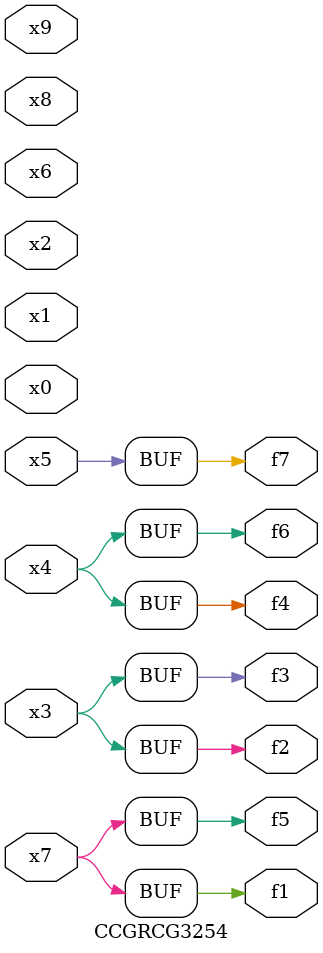
<source format=v>
module CCGRCG3254(
	input x0, x1, x2, x3, x4, x5, x6, x7, x8, x9,
	output f1, f2, f3, f4, f5, f6, f7
);
	assign f1 = x7;
	assign f2 = x3;
	assign f3 = x3;
	assign f4 = x4;
	assign f5 = x7;
	assign f6 = x4;
	assign f7 = x5;
endmodule

</source>
